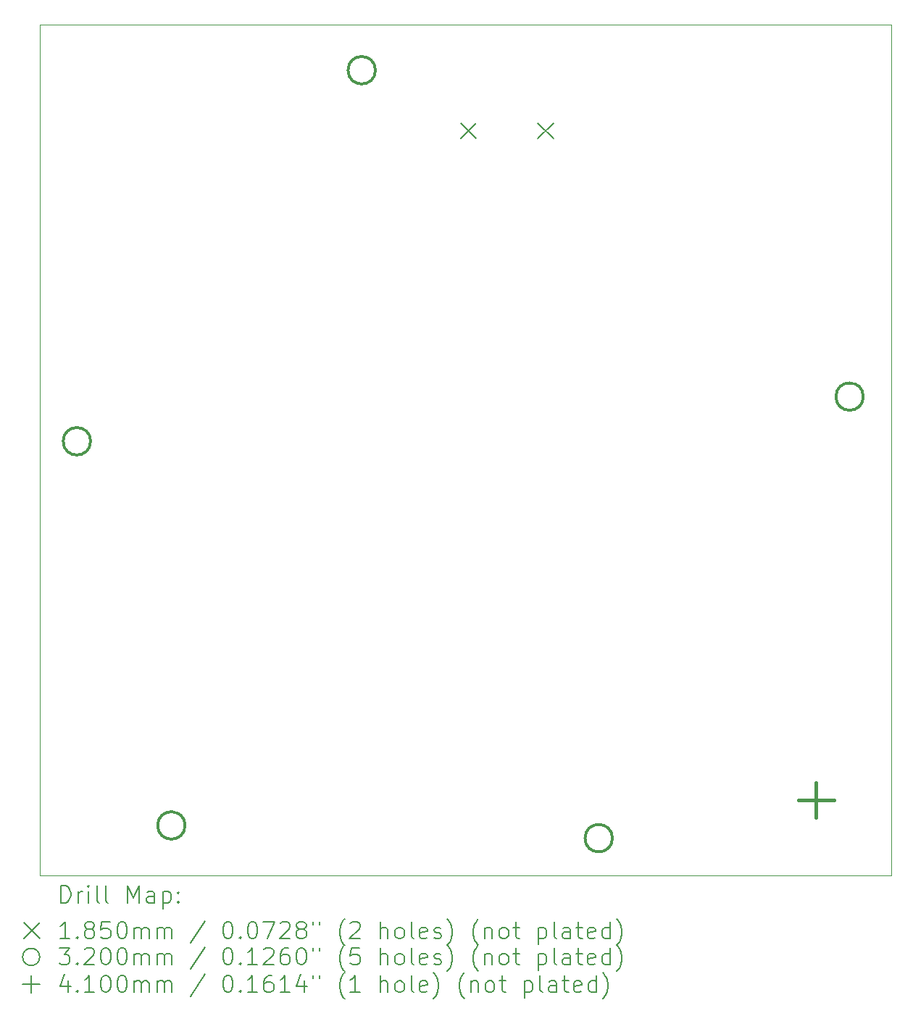
<source format=gbr>
%TF.GenerationSoftware,KiCad,Pcbnew,7.0.1*%
%TF.CreationDate,2023-10-11T19:34:36-05:00*%
%TF.ProjectId,Tactile_Board,54616374-696c-4655-9f42-6f6172642e6b,1*%
%TF.SameCoordinates,Original*%
%TF.FileFunction,Drillmap*%
%TF.FilePolarity,Positive*%
%FSLAX45Y45*%
G04 Gerber Fmt 4.5, Leading zero omitted, Abs format (unit mm)*
G04 Created by KiCad (PCBNEW 7.0.1) date 2023-10-11 19:34:36*
%MOMM*%
%LPD*%
G01*
G04 APERTURE LIST*
%ADD10C,0.100000*%
%ADD11C,0.200000*%
%ADD12C,0.185000*%
%ADD13C,0.320000*%
%ADD14C,0.410000*%
G04 APERTURE END LIST*
D10*
X16028000Y-2000000D02*
X16028000Y-2000000D01*
X25972000Y-2000000D02*
X25972000Y-11944000D01*
X25972000Y-11944000D02*
X16028000Y-11944000D01*
X16028000Y-2000000D02*
X25972000Y-2000000D01*
X16028000Y-11944000D02*
X16028000Y-2000000D01*
D11*
D12*
X20939580Y-3150340D02*
X21124580Y-3335340D01*
X21124580Y-3150340D02*
X20939580Y-3335340D01*
X21839580Y-3150340D02*
X22024580Y-3335340D01*
X22024580Y-3150340D02*
X21839580Y-3335340D01*
D13*
X16617200Y-6869700D02*
G75*
G03*
X16617200Y-6869700I-160000J0D01*
G01*
X17721200Y-11357600D02*
G75*
G03*
X17721200Y-11357600I-160000J0D01*
G01*
X19945200Y-2534700D02*
G75*
G03*
X19945200Y-2534700I-160000J0D01*
G01*
X22714200Y-11506600D02*
G75*
G03*
X22714200Y-11506600I-160000J0D01*
G01*
X25646200Y-6347600D02*
G75*
G03*
X25646200Y-6347600I-160000J0D01*
G01*
D14*
X25095080Y-10858560D02*
X25095080Y-11268560D01*
X24890080Y-11063560D02*
X25300080Y-11063560D01*
D11*
X16270619Y-12261524D02*
X16270619Y-12061524D01*
X16270619Y-12061524D02*
X16318238Y-12061524D01*
X16318238Y-12061524D02*
X16346809Y-12071048D01*
X16346809Y-12071048D02*
X16365857Y-12090095D01*
X16365857Y-12090095D02*
X16375381Y-12109143D01*
X16375381Y-12109143D02*
X16384905Y-12147238D01*
X16384905Y-12147238D02*
X16384905Y-12175809D01*
X16384905Y-12175809D02*
X16375381Y-12213905D01*
X16375381Y-12213905D02*
X16365857Y-12232952D01*
X16365857Y-12232952D02*
X16346809Y-12252000D01*
X16346809Y-12252000D02*
X16318238Y-12261524D01*
X16318238Y-12261524D02*
X16270619Y-12261524D01*
X16470619Y-12261524D02*
X16470619Y-12128190D01*
X16470619Y-12166286D02*
X16480143Y-12147238D01*
X16480143Y-12147238D02*
X16489667Y-12137714D01*
X16489667Y-12137714D02*
X16508714Y-12128190D01*
X16508714Y-12128190D02*
X16527762Y-12128190D01*
X16594428Y-12261524D02*
X16594428Y-12128190D01*
X16594428Y-12061524D02*
X16584905Y-12071048D01*
X16584905Y-12071048D02*
X16594428Y-12080571D01*
X16594428Y-12080571D02*
X16603952Y-12071048D01*
X16603952Y-12071048D02*
X16594428Y-12061524D01*
X16594428Y-12061524D02*
X16594428Y-12080571D01*
X16718238Y-12261524D02*
X16699190Y-12252000D01*
X16699190Y-12252000D02*
X16689667Y-12232952D01*
X16689667Y-12232952D02*
X16689667Y-12061524D01*
X16823000Y-12261524D02*
X16803952Y-12252000D01*
X16803952Y-12252000D02*
X16794429Y-12232952D01*
X16794429Y-12232952D02*
X16794429Y-12061524D01*
X17051571Y-12261524D02*
X17051571Y-12061524D01*
X17051571Y-12061524D02*
X17118238Y-12204381D01*
X17118238Y-12204381D02*
X17184905Y-12061524D01*
X17184905Y-12061524D02*
X17184905Y-12261524D01*
X17365857Y-12261524D02*
X17365857Y-12156762D01*
X17365857Y-12156762D02*
X17356333Y-12137714D01*
X17356333Y-12137714D02*
X17337286Y-12128190D01*
X17337286Y-12128190D02*
X17299190Y-12128190D01*
X17299190Y-12128190D02*
X17280143Y-12137714D01*
X17365857Y-12252000D02*
X17346810Y-12261524D01*
X17346810Y-12261524D02*
X17299190Y-12261524D01*
X17299190Y-12261524D02*
X17280143Y-12252000D01*
X17280143Y-12252000D02*
X17270619Y-12232952D01*
X17270619Y-12232952D02*
X17270619Y-12213905D01*
X17270619Y-12213905D02*
X17280143Y-12194857D01*
X17280143Y-12194857D02*
X17299190Y-12185333D01*
X17299190Y-12185333D02*
X17346810Y-12185333D01*
X17346810Y-12185333D02*
X17365857Y-12175809D01*
X17461095Y-12128190D02*
X17461095Y-12328190D01*
X17461095Y-12137714D02*
X17480143Y-12128190D01*
X17480143Y-12128190D02*
X17518238Y-12128190D01*
X17518238Y-12128190D02*
X17537286Y-12137714D01*
X17537286Y-12137714D02*
X17546810Y-12147238D01*
X17546810Y-12147238D02*
X17556333Y-12166286D01*
X17556333Y-12166286D02*
X17556333Y-12223428D01*
X17556333Y-12223428D02*
X17546810Y-12242476D01*
X17546810Y-12242476D02*
X17537286Y-12252000D01*
X17537286Y-12252000D02*
X17518238Y-12261524D01*
X17518238Y-12261524D02*
X17480143Y-12261524D01*
X17480143Y-12261524D02*
X17461095Y-12252000D01*
X17642048Y-12242476D02*
X17651571Y-12252000D01*
X17651571Y-12252000D02*
X17642048Y-12261524D01*
X17642048Y-12261524D02*
X17632524Y-12252000D01*
X17632524Y-12252000D02*
X17642048Y-12242476D01*
X17642048Y-12242476D02*
X17642048Y-12261524D01*
X17642048Y-12137714D02*
X17651571Y-12147238D01*
X17651571Y-12147238D02*
X17642048Y-12156762D01*
X17642048Y-12156762D02*
X17632524Y-12147238D01*
X17632524Y-12147238D02*
X17642048Y-12137714D01*
X17642048Y-12137714D02*
X17642048Y-12156762D01*
D12*
X15838000Y-12496500D02*
X16023000Y-12681500D01*
X16023000Y-12496500D02*
X15838000Y-12681500D01*
D11*
X16375381Y-12681524D02*
X16261095Y-12681524D01*
X16318238Y-12681524D02*
X16318238Y-12481524D01*
X16318238Y-12481524D02*
X16299190Y-12510095D01*
X16299190Y-12510095D02*
X16280143Y-12529143D01*
X16280143Y-12529143D02*
X16261095Y-12538667D01*
X16461095Y-12662476D02*
X16470619Y-12672000D01*
X16470619Y-12672000D02*
X16461095Y-12681524D01*
X16461095Y-12681524D02*
X16451571Y-12672000D01*
X16451571Y-12672000D02*
X16461095Y-12662476D01*
X16461095Y-12662476D02*
X16461095Y-12681524D01*
X16584905Y-12567238D02*
X16565857Y-12557714D01*
X16565857Y-12557714D02*
X16556333Y-12548190D01*
X16556333Y-12548190D02*
X16546809Y-12529143D01*
X16546809Y-12529143D02*
X16546809Y-12519619D01*
X16546809Y-12519619D02*
X16556333Y-12500571D01*
X16556333Y-12500571D02*
X16565857Y-12491048D01*
X16565857Y-12491048D02*
X16584905Y-12481524D01*
X16584905Y-12481524D02*
X16623000Y-12481524D01*
X16623000Y-12481524D02*
X16642048Y-12491048D01*
X16642048Y-12491048D02*
X16651571Y-12500571D01*
X16651571Y-12500571D02*
X16661095Y-12519619D01*
X16661095Y-12519619D02*
X16661095Y-12529143D01*
X16661095Y-12529143D02*
X16651571Y-12548190D01*
X16651571Y-12548190D02*
X16642048Y-12557714D01*
X16642048Y-12557714D02*
X16623000Y-12567238D01*
X16623000Y-12567238D02*
X16584905Y-12567238D01*
X16584905Y-12567238D02*
X16565857Y-12576762D01*
X16565857Y-12576762D02*
X16556333Y-12586286D01*
X16556333Y-12586286D02*
X16546809Y-12605333D01*
X16546809Y-12605333D02*
X16546809Y-12643428D01*
X16546809Y-12643428D02*
X16556333Y-12662476D01*
X16556333Y-12662476D02*
X16565857Y-12672000D01*
X16565857Y-12672000D02*
X16584905Y-12681524D01*
X16584905Y-12681524D02*
X16623000Y-12681524D01*
X16623000Y-12681524D02*
X16642048Y-12672000D01*
X16642048Y-12672000D02*
X16651571Y-12662476D01*
X16651571Y-12662476D02*
X16661095Y-12643428D01*
X16661095Y-12643428D02*
X16661095Y-12605333D01*
X16661095Y-12605333D02*
X16651571Y-12586286D01*
X16651571Y-12586286D02*
X16642048Y-12576762D01*
X16642048Y-12576762D02*
X16623000Y-12567238D01*
X16842048Y-12481524D02*
X16746809Y-12481524D01*
X16746809Y-12481524D02*
X16737286Y-12576762D01*
X16737286Y-12576762D02*
X16746809Y-12567238D01*
X16746809Y-12567238D02*
X16765857Y-12557714D01*
X16765857Y-12557714D02*
X16813476Y-12557714D01*
X16813476Y-12557714D02*
X16832524Y-12567238D01*
X16832524Y-12567238D02*
X16842048Y-12576762D01*
X16842048Y-12576762D02*
X16851571Y-12595809D01*
X16851571Y-12595809D02*
X16851571Y-12643428D01*
X16851571Y-12643428D02*
X16842048Y-12662476D01*
X16842048Y-12662476D02*
X16832524Y-12672000D01*
X16832524Y-12672000D02*
X16813476Y-12681524D01*
X16813476Y-12681524D02*
X16765857Y-12681524D01*
X16765857Y-12681524D02*
X16746809Y-12672000D01*
X16746809Y-12672000D02*
X16737286Y-12662476D01*
X16975381Y-12481524D02*
X16994429Y-12481524D01*
X16994429Y-12481524D02*
X17013476Y-12491048D01*
X17013476Y-12491048D02*
X17023000Y-12500571D01*
X17023000Y-12500571D02*
X17032524Y-12519619D01*
X17032524Y-12519619D02*
X17042048Y-12557714D01*
X17042048Y-12557714D02*
X17042048Y-12605333D01*
X17042048Y-12605333D02*
X17032524Y-12643428D01*
X17032524Y-12643428D02*
X17023000Y-12662476D01*
X17023000Y-12662476D02*
X17013476Y-12672000D01*
X17013476Y-12672000D02*
X16994429Y-12681524D01*
X16994429Y-12681524D02*
X16975381Y-12681524D01*
X16975381Y-12681524D02*
X16956333Y-12672000D01*
X16956333Y-12672000D02*
X16946810Y-12662476D01*
X16946810Y-12662476D02*
X16937286Y-12643428D01*
X16937286Y-12643428D02*
X16927762Y-12605333D01*
X16927762Y-12605333D02*
X16927762Y-12557714D01*
X16927762Y-12557714D02*
X16937286Y-12519619D01*
X16937286Y-12519619D02*
X16946810Y-12500571D01*
X16946810Y-12500571D02*
X16956333Y-12491048D01*
X16956333Y-12491048D02*
X16975381Y-12481524D01*
X17127762Y-12681524D02*
X17127762Y-12548190D01*
X17127762Y-12567238D02*
X17137286Y-12557714D01*
X17137286Y-12557714D02*
X17156333Y-12548190D01*
X17156333Y-12548190D02*
X17184905Y-12548190D01*
X17184905Y-12548190D02*
X17203952Y-12557714D01*
X17203952Y-12557714D02*
X17213476Y-12576762D01*
X17213476Y-12576762D02*
X17213476Y-12681524D01*
X17213476Y-12576762D02*
X17223000Y-12557714D01*
X17223000Y-12557714D02*
X17242048Y-12548190D01*
X17242048Y-12548190D02*
X17270619Y-12548190D01*
X17270619Y-12548190D02*
X17289667Y-12557714D01*
X17289667Y-12557714D02*
X17299191Y-12576762D01*
X17299191Y-12576762D02*
X17299191Y-12681524D01*
X17394429Y-12681524D02*
X17394429Y-12548190D01*
X17394429Y-12567238D02*
X17403952Y-12557714D01*
X17403952Y-12557714D02*
X17423000Y-12548190D01*
X17423000Y-12548190D02*
X17451572Y-12548190D01*
X17451572Y-12548190D02*
X17470619Y-12557714D01*
X17470619Y-12557714D02*
X17480143Y-12576762D01*
X17480143Y-12576762D02*
X17480143Y-12681524D01*
X17480143Y-12576762D02*
X17489667Y-12557714D01*
X17489667Y-12557714D02*
X17508714Y-12548190D01*
X17508714Y-12548190D02*
X17537286Y-12548190D01*
X17537286Y-12548190D02*
X17556333Y-12557714D01*
X17556333Y-12557714D02*
X17565857Y-12576762D01*
X17565857Y-12576762D02*
X17565857Y-12681524D01*
X17956333Y-12472000D02*
X17784905Y-12729143D01*
X18213476Y-12481524D02*
X18232524Y-12481524D01*
X18232524Y-12481524D02*
X18251572Y-12491048D01*
X18251572Y-12491048D02*
X18261095Y-12500571D01*
X18261095Y-12500571D02*
X18270619Y-12519619D01*
X18270619Y-12519619D02*
X18280143Y-12557714D01*
X18280143Y-12557714D02*
X18280143Y-12605333D01*
X18280143Y-12605333D02*
X18270619Y-12643428D01*
X18270619Y-12643428D02*
X18261095Y-12662476D01*
X18261095Y-12662476D02*
X18251572Y-12672000D01*
X18251572Y-12672000D02*
X18232524Y-12681524D01*
X18232524Y-12681524D02*
X18213476Y-12681524D01*
X18213476Y-12681524D02*
X18194429Y-12672000D01*
X18194429Y-12672000D02*
X18184905Y-12662476D01*
X18184905Y-12662476D02*
X18175381Y-12643428D01*
X18175381Y-12643428D02*
X18165857Y-12605333D01*
X18165857Y-12605333D02*
X18165857Y-12557714D01*
X18165857Y-12557714D02*
X18175381Y-12519619D01*
X18175381Y-12519619D02*
X18184905Y-12500571D01*
X18184905Y-12500571D02*
X18194429Y-12491048D01*
X18194429Y-12491048D02*
X18213476Y-12481524D01*
X18365857Y-12662476D02*
X18375381Y-12672000D01*
X18375381Y-12672000D02*
X18365857Y-12681524D01*
X18365857Y-12681524D02*
X18356334Y-12672000D01*
X18356334Y-12672000D02*
X18365857Y-12662476D01*
X18365857Y-12662476D02*
X18365857Y-12681524D01*
X18499191Y-12481524D02*
X18518238Y-12481524D01*
X18518238Y-12481524D02*
X18537286Y-12491048D01*
X18537286Y-12491048D02*
X18546810Y-12500571D01*
X18546810Y-12500571D02*
X18556334Y-12519619D01*
X18556334Y-12519619D02*
X18565857Y-12557714D01*
X18565857Y-12557714D02*
X18565857Y-12605333D01*
X18565857Y-12605333D02*
X18556334Y-12643428D01*
X18556334Y-12643428D02*
X18546810Y-12662476D01*
X18546810Y-12662476D02*
X18537286Y-12672000D01*
X18537286Y-12672000D02*
X18518238Y-12681524D01*
X18518238Y-12681524D02*
X18499191Y-12681524D01*
X18499191Y-12681524D02*
X18480143Y-12672000D01*
X18480143Y-12672000D02*
X18470619Y-12662476D01*
X18470619Y-12662476D02*
X18461095Y-12643428D01*
X18461095Y-12643428D02*
X18451572Y-12605333D01*
X18451572Y-12605333D02*
X18451572Y-12557714D01*
X18451572Y-12557714D02*
X18461095Y-12519619D01*
X18461095Y-12519619D02*
X18470619Y-12500571D01*
X18470619Y-12500571D02*
X18480143Y-12491048D01*
X18480143Y-12491048D02*
X18499191Y-12481524D01*
X18632524Y-12481524D02*
X18765857Y-12481524D01*
X18765857Y-12481524D02*
X18680143Y-12681524D01*
X18832524Y-12500571D02*
X18842048Y-12491048D01*
X18842048Y-12491048D02*
X18861095Y-12481524D01*
X18861095Y-12481524D02*
X18908715Y-12481524D01*
X18908715Y-12481524D02*
X18927762Y-12491048D01*
X18927762Y-12491048D02*
X18937286Y-12500571D01*
X18937286Y-12500571D02*
X18946810Y-12519619D01*
X18946810Y-12519619D02*
X18946810Y-12538667D01*
X18946810Y-12538667D02*
X18937286Y-12567238D01*
X18937286Y-12567238D02*
X18823000Y-12681524D01*
X18823000Y-12681524D02*
X18946810Y-12681524D01*
X19061095Y-12567238D02*
X19042048Y-12557714D01*
X19042048Y-12557714D02*
X19032524Y-12548190D01*
X19032524Y-12548190D02*
X19023000Y-12529143D01*
X19023000Y-12529143D02*
X19023000Y-12519619D01*
X19023000Y-12519619D02*
X19032524Y-12500571D01*
X19032524Y-12500571D02*
X19042048Y-12491048D01*
X19042048Y-12491048D02*
X19061095Y-12481524D01*
X19061095Y-12481524D02*
X19099191Y-12481524D01*
X19099191Y-12481524D02*
X19118238Y-12491048D01*
X19118238Y-12491048D02*
X19127762Y-12500571D01*
X19127762Y-12500571D02*
X19137286Y-12519619D01*
X19137286Y-12519619D02*
X19137286Y-12529143D01*
X19137286Y-12529143D02*
X19127762Y-12548190D01*
X19127762Y-12548190D02*
X19118238Y-12557714D01*
X19118238Y-12557714D02*
X19099191Y-12567238D01*
X19099191Y-12567238D02*
X19061095Y-12567238D01*
X19061095Y-12567238D02*
X19042048Y-12576762D01*
X19042048Y-12576762D02*
X19032524Y-12586286D01*
X19032524Y-12586286D02*
X19023000Y-12605333D01*
X19023000Y-12605333D02*
X19023000Y-12643428D01*
X19023000Y-12643428D02*
X19032524Y-12662476D01*
X19032524Y-12662476D02*
X19042048Y-12672000D01*
X19042048Y-12672000D02*
X19061095Y-12681524D01*
X19061095Y-12681524D02*
X19099191Y-12681524D01*
X19099191Y-12681524D02*
X19118238Y-12672000D01*
X19118238Y-12672000D02*
X19127762Y-12662476D01*
X19127762Y-12662476D02*
X19137286Y-12643428D01*
X19137286Y-12643428D02*
X19137286Y-12605333D01*
X19137286Y-12605333D02*
X19127762Y-12586286D01*
X19127762Y-12586286D02*
X19118238Y-12576762D01*
X19118238Y-12576762D02*
X19099191Y-12567238D01*
X19213476Y-12481524D02*
X19213476Y-12519619D01*
X19289667Y-12481524D02*
X19289667Y-12519619D01*
X19584905Y-12757714D02*
X19575381Y-12748190D01*
X19575381Y-12748190D02*
X19556334Y-12719619D01*
X19556334Y-12719619D02*
X19546810Y-12700571D01*
X19546810Y-12700571D02*
X19537286Y-12672000D01*
X19537286Y-12672000D02*
X19527762Y-12624381D01*
X19527762Y-12624381D02*
X19527762Y-12586286D01*
X19527762Y-12586286D02*
X19537286Y-12538667D01*
X19537286Y-12538667D02*
X19546810Y-12510095D01*
X19546810Y-12510095D02*
X19556334Y-12491048D01*
X19556334Y-12491048D02*
X19575381Y-12462476D01*
X19575381Y-12462476D02*
X19584905Y-12452952D01*
X19651572Y-12500571D02*
X19661096Y-12491048D01*
X19661096Y-12491048D02*
X19680143Y-12481524D01*
X19680143Y-12481524D02*
X19727762Y-12481524D01*
X19727762Y-12481524D02*
X19746810Y-12491048D01*
X19746810Y-12491048D02*
X19756334Y-12500571D01*
X19756334Y-12500571D02*
X19765857Y-12519619D01*
X19765857Y-12519619D02*
X19765857Y-12538667D01*
X19765857Y-12538667D02*
X19756334Y-12567238D01*
X19756334Y-12567238D02*
X19642048Y-12681524D01*
X19642048Y-12681524D02*
X19765857Y-12681524D01*
X20003953Y-12681524D02*
X20003953Y-12481524D01*
X20089667Y-12681524D02*
X20089667Y-12576762D01*
X20089667Y-12576762D02*
X20080143Y-12557714D01*
X20080143Y-12557714D02*
X20061096Y-12548190D01*
X20061096Y-12548190D02*
X20032524Y-12548190D01*
X20032524Y-12548190D02*
X20013477Y-12557714D01*
X20013477Y-12557714D02*
X20003953Y-12567238D01*
X20213477Y-12681524D02*
X20194429Y-12672000D01*
X20194429Y-12672000D02*
X20184905Y-12662476D01*
X20184905Y-12662476D02*
X20175381Y-12643428D01*
X20175381Y-12643428D02*
X20175381Y-12586286D01*
X20175381Y-12586286D02*
X20184905Y-12567238D01*
X20184905Y-12567238D02*
X20194429Y-12557714D01*
X20194429Y-12557714D02*
X20213477Y-12548190D01*
X20213477Y-12548190D02*
X20242048Y-12548190D01*
X20242048Y-12548190D02*
X20261096Y-12557714D01*
X20261096Y-12557714D02*
X20270619Y-12567238D01*
X20270619Y-12567238D02*
X20280143Y-12586286D01*
X20280143Y-12586286D02*
X20280143Y-12643428D01*
X20280143Y-12643428D02*
X20270619Y-12662476D01*
X20270619Y-12662476D02*
X20261096Y-12672000D01*
X20261096Y-12672000D02*
X20242048Y-12681524D01*
X20242048Y-12681524D02*
X20213477Y-12681524D01*
X20394429Y-12681524D02*
X20375381Y-12672000D01*
X20375381Y-12672000D02*
X20365858Y-12652952D01*
X20365858Y-12652952D02*
X20365858Y-12481524D01*
X20546810Y-12672000D02*
X20527762Y-12681524D01*
X20527762Y-12681524D02*
X20489667Y-12681524D01*
X20489667Y-12681524D02*
X20470619Y-12672000D01*
X20470619Y-12672000D02*
X20461096Y-12652952D01*
X20461096Y-12652952D02*
X20461096Y-12576762D01*
X20461096Y-12576762D02*
X20470619Y-12557714D01*
X20470619Y-12557714D02*
X20489667Y-12548190D01*
X20489667Y-12548190D02*
X20527762Y-12548190D01*
X20527762Y-12548190D02*
X20546810Y-12557714D01*
X20546810Y-12557714D02*
X20556334Y-12576762D01*
X20556334Y-12576762D02*
X20556334Y-12595809D01*
X20556334Y-12595809D02*
X20461096Y-12614857D01*
X20632524Y-12672000D02*
X20651572Y-12681524D01*
X20651572Y-12681524D02*
X20689667Y-12681524D01*
X20689667Y-12681524D02*
X20708715Y-12672000D01*
X20708715Y-12672000D02*
X20718239Y-12652952D01*
X20718239Y-12652952D02*
X20718239Y-12643428D01*
X20718239Y-12643428D02*
X20708715Y-12624381D01*
X20708715Y-12624381D02*
X20689667Y-12614857D01*
X20689667Y-12614857D02*
X20661096Y-12614857D01*
X20661096Y-12614857D02*
X20642048Y-12605333D01*
X20642048Y-12605333D02*
X20632524Y-12586286D01*
X20632524Y-12586286D02*
X20632524Y-12576762D01*
X20632524Y-12576762D02*
X20642048Y-12557714D01*
X20642048Y-12557714D02*
X20661096Y-12548190D01*
X20661096Y-12548190D02*
X20689667Y-12548190D01*
X20689667Y-12548190D02*
X20708715Y-12557714D01*
X20784905Y-12757714D02*
X20794429Y-12748190D01*
X20794429Y-12748190D02*
X20813477Y-12719619D01*
X20813477Y-12719619D02*
X20823000Y-12700571D01*
X20823000Y-12700571D02*
X20832524Y-12672000D01*
X20832524Y-12672000D02*
X20842048Y-12624381D01*
X20842048Y-12624381D02*
X20842048Y-12586286D01*
X20842048Y-12586286D02*
X20832524Y-12538667D01*
X20832524Y-12538667D02*
X20823000Y-12510095D01*
X20823000Y-12510095D02*
X20813477Y-12491048D01*
X20813477Y-12491048D02*
X20794429Y-12462476D01*
X20794429Y-12462476D02*
X20784905Y-12452952D01*
X21146810Y-12757714D02*
X21137286Y-12748190D01*
X21137286Y-12748190D02*
X21118239Y-12719619D01*
X21118239Y-12719619D02*
X21108715Y-12700571D01*
X21108715Y-12700571D02*
X21099191Y-12672000D01*
X21099191Y-12672000D02*
X21089667Y-12624381D01*
X21089667Y-12624381D02*
X21089667Y-12586286D01*
X21089667Y-12586286D02*
X21099191Y-12538667D01*
X21099191Y-12538667D02*
X21108715Y-12510095D01*
X21108715Y-12510095D02*
X21118239Y-12491048D01*
X21118239Y-12491048D02*
X21137286Y-12462476D01*
X21137286Y-12462476D02*
X21146810Y-12452952D01*
X21223000Y-12548190D02*
X21223000Y-12681524D01*
X21223000Y-12567238D02*
X21232524Y-12557714D01*
X21232524Y-12557714D02*
X21251572Y-12548190D01*
X21251572Y-12548190D02*
X21280143Y-12548190D01*
X21280143Y-12548190D02*
X21299191Y-12557714D01*
X21299191Y-12557714D02*
X21308715Y-12576762D01*
X21308715Y-12576762D02*
X21308715Y-12681524D01*
X21432524Y-12681524D02*
X21413477Y-12672000D01*
X21413477Y-12672000D02*
X21403953Y-12662476D01*
X21403953Y-12662476D02*
X21394429Y-12643428D01*
X21394429Y-12643428D02*
X21394429Y-12586286D01*
X21394429Y-12586286D02*
X21403953Y-12567238D01*
X21403953Y-12567238D02*
X21413477Y-12557714D01*
X21413477Y-12557714D02*
X21432524Y-12548190D01*
X21432524Y-12548190D02*
X21461096Y-12548190D01*
X21461096Y-12548190D02*
X21480143Y-12557714D01*
X21480143Y-12557714D02*
X21489667Y-12567238D01*
X21489667Y-12567238D02*
X21499191Y-12586286D01*
X21499191Y-12586286D02*
X21499191Y-12643428D01*
X21499191Y-12643428D02*
X21489667Y-12662476D01*
X21489667Y-12662476D02*
X21480143Y-12672000D01*
X21480143Y-12672000D02*
X21461096Y-12681524D01*
X21461096Y-12681524D02*
X21432524Y-12681524D01*
X21556334Y-12548190D02*
X21632524Y-12548190D01*
X21584905Y-12481524D02*
X21584905Y-12652952D01*
X21584905Y-12652952D02*
X21594429Y-12672000D01*
X21594429Y-12672000D02*
X21613477Y-12681524D01*
X21613477Y-12681524D02*
X21632524Y-12681524D01*
X21851572Y-12548190D02*
X21851572Y-12748190D01*
X21851572Y-12557714D02*
X21870620Y-12548190D01*
X21870620Y-12548190D02*
X21908715Y-12548190D01*
X21908715Y-12548190D02*
X21927762Y-12557714D01*
X21927762Y-12557714D02*
X21937286Y-12567238D01*
X21937286Y-12567238D02*
X21946810Y-12586286D01*
X21946810Y-12586286D02*
X21946810Y-12643428D01*
X21946810Y-12643428D02*
X21937286Y-12662476D01*
X21937286Y-12662476D02*
X21927762Y-12672000D01*
X21927762Y-12672000D02*
X21908715Y-12681524D01*
X21908715Y-12681524D02*
X21870620Y-12681524D01*
X21870620Y-12681524D02*
X21851572Y-12672000D01*
X22061096Y-12681524D02*
X22042048Y-12672000D01*
X22042048Y-12672000D02*
X22032524Y-12652952D01*
X22032524Y-12652952D02*
X22032524Y-12481524D01*
X22223001Y-12681524D02*
X22223001Y-12576762D01*
X22223001Y-12576762D02*
X22213477Y-12557714D01*
X22213477Y-12557714D02*
X22194429Y-12548190D01*
X22194429Y-12548190D02*
X22156334Y-12548190D01*
X22156334Y-12548190D02*
X22137286Y-12557714D01*
X22223001Y-12672000D02*
X22203953Y-12681524D01*
X22203953Y-12681524D02*
X22156334Y-12681524D01*
X22156334Y-12681524D02*
X22137286Y-12672000D01*
X22137286Y-12672000D02*
X22127762Y-12652952D01*
X22127762Y-12652952D02*
X22127762Y-12633905D01*
X22127762Y-12633905D02*
X22137286Y-12614857D01*
X22137286Y-12614857D02*
X22156334Y-12605333D01*
X22156334Y-12605333D02*
X22203953Y-12605333D01*
X22203953Y-12605333D02*
X22223001Y-12595809D01*
X22289667Y-12548190D02*
X22365858Y-12548190D01*
X22318239Y-12481524D02*
X22318239Y-12652952D01*
X22318239Y-12652952D02*
X22327762Y-12672000D01*
X22327762Y-12672000D02*
X22346810Y-12681524D01*
X22346810Y-12681524D02*
X22365858Y-12681524D01*
X22508715Y-12672000D02*
X22489667Y-12681524D01*
X22489667Y-12681524D02*
X22451572Y-12681524D01*
X22451572Y-12681524D02*
X22432524Y-12672000D01*
X22432524Y-12672000D02*
X22423000Y-12652952D01*
X22423000Y-12652952D02*
X22423000Y-12576762D01*
X22423000Y-12576762D02*
X22432524Y-12557714D01*
X22432524Y-12557714D02*
X22451572Y-12548190D01*
X22451572Y-12548190D02*
X22489667Y-12548190D01*
X22489667Y-12548190D02*
X22508715Y-12557714D01*
X22508715Y-12557714D02*
X22518239Y-12576762D01*
X22518239Y-12576762D02*
X22518239Y-12595809D01*
X22518239Y-12595809D02*
X22423000Y-12614857D01*
X22689667Y-12681524D02*
X22689667Y-12481524D01*
X22689667Y-12672000D02*
X22670620Y-12681524D01*
X22670620Y-12681524D02*
X22632524Y-12681524D01*
X22632524Y-12681524D02*
X22613477Y-12672000D01*
X22613477Y-12672000D02*
X22603953Y-12662476D01*
X22603953Y-12662476D02*
X22594429Y-12643428D01*
X22594429Y-12643428D02*
X22594429Y-12586286D01*
X22594429Y-12586286D02*
X22603953Y-12567238D01*
X22603953Y-12567238D02*
X22613477Y-12557714D01*
X22613477Y-12557714D02*
X22632524Y-12548190D01*
X22632524Y-12548190D02*
X22670620Y-12548190D01*
X22670620Y-12548190D02*
X22689667Y-12557714D01*
X22765858Y-12757714D02*
X22775381Y-12748190D01*
X22775381Y-12748190D02*
X22794429Y-12719619D01*
X22794429Y-12719619D02*
X22803953Y-12700571D01*
X22803953Y-12700571D02*
X22813477Y-12672000D01*
X22813477Y-12672000D02*
X22823000Y-12624381D01*
X22823000Y-12624381D02*
X22823000Y-12586286D01*
X22823000Y-12586286D02*
X22813477Y-12538667D01*
X22813477Y-12538667D02*
X22803953Y-12510095D01*
X22803953Y-12510095D02*
X22794429Y-12491048D01*
X22794429Y-12491048D02*
X22775381Y-12462476D01*
X22775381Y-12462476D02*
X22765858Y-12452952D01*
X16023000Y-12894000D02*
G75*
G03*
X16023000Y-12894000I-100000J0D01*
G01*
X16251571Y-12786524D02*
X16375381Y-12786524D01*
X16375381Y-12786524D02*
X16308714Y-12862714D01*
X16308714Y-12862714D02*
X16337286Y-12862714D01*
X16337286Y-12862714D02*
X16356333Y-12872238D01*
X16356333Y-12872238D02*
X16365857Y-12881762D01*
X16365857Y-12881762D02*
X16375381Y-12900809D01*
X16375381Y-12900809D02*
X16375381Y-12948428D01*
X16375381Y-12948428D02*
X16365857Y-12967476D01*
X16365857Y-12967476D02*
X16356333Y-12977000D01*
X16356333Y-12977000D02*
X16337286Y-12986524D01*
X16337286Y-12986524D02*
X16280143Y-12986524D01*
X16280143Y-12986524D02*
X16261095Y-12977000D01*
X16261095Y-12977000D02*
X16251571Y-12967476D01*
X16461095Y-12967476D02*
X16470619Y-12977000D01*
X16470619Y-12977000D02*
X16461095Y-12986524D01*
X16461095Y-12986524D02*
X16451571Y-12977000D01*
X16451571Y-12977000D02*
X16461095Y-12967476D01*
X16461095Y-12967476D02*
X16461095Y-12986524D01*
X16546809Y-12805571D02*
X16556333Y-12796048D01*
X16556333Y-12796048D02*
X16575381Y-12786524D01*
X16575381Y-12786524D02*
X16623000Y-12786524D01*
X16623000Y-12786524D02*
X16642048Y-12796048D01*
X16642048Y-12796048D02*
X16651571Y-12805571D01*
X16651571Y-12805571D02*
X16661095Y-12824619D01*
X16661095Y-12824619D02*
X16661095Y-12843667D01*
X16661095Y-12843667D02*
X16651571Y-12872238D01*
X16651571Y-12872238D02*
X16537286Y-12986524D01*
X16537286Y-12986524D02*
X16661095Y-12986524D01*
X16784905Y-12786524D02*
X16803952Y-12786524D01*
X16803952Y-12786524D02*
X16823000Y-12796048D01*
X16823000Y-12796048D02*
X16832524Y-12805571D01*
X16832524Y-12805571D02*
X16842048Y-12824619D01*
X16842048Y-12824619D02*
X16851571Y-12862714D01*
X16851571Y-12862714D02*
X16851571Y-12910333D01*
X16851571Y-12910333D02*
X16842048Y-12948428D01*
X16842048Y-12948428D02*
X16832524Y-12967476D01*
X16832524Y-12967476D02*
X16823000Y-12977000D01*
X16823000Y-12977000D02*
X16803952Y-12986524D01*
X16803952Y-12986524D02*
X16784905Y-12986524D01*
X16784905Y-12986524D02*
X16765857Y-12977000D01*
X16765857Y-12977000D02*
X16756333Y-12967476D01*
X16756333Y-12967476D02*
X16746809Y-12948428D01*
X16746809Y-12948428D02*
X16737286Y-12910333D01*
X16737286Y-12910333D02*
X16737286Y-12862714D01*
X16737286Y-12862714D02*
X16746809Y-12824619D01*
X16746809Y-12824619D02*
X16756333Y-12805571D01*
X16756333Y-12805571D02*
X16765857Y-12796048D01*
X16765857Y-12796048D02*
X16784905Y-12786524D01*
X16975381Y-12786524D02*
X16994429Y-12786524D01*
X16994429Y-12786524D02*
X17013476Y-12796048D01*
X17013476Y-12796048D02*
X17023000Y-12805571D01*
X17023000Y-12805571D02*
X17032524Y-12824619D01*
X17032524Y-12824619D02*
X17042048Y-12862714D01*
X17042048Y-12862714D02*
X17042048Y-12910333D01*
X17042048Y-12910333D02*
X17032524Y-12948428D01*
X17032524Y-12948428D02*
X17023000Y-12967476D01*
X17023000Y-12967476D02*
X17013476Y-12977000D01*
X17013476Y-12977000D02*
X16994429Y-12986524D01*
X16994429Y-12986524D02*
X16975381Y-12986524D01*
X16975381Y-12986524D02*
X16956333Y-12977000D01*
X16956333Y-12977000D02*
X16946810Y-12967476D01*
X16946810Y-12967476D02*
X16937286Y-12948428D01*
X16937286Y-12948428D02*
X16927762Y-12910333D01*
X16927762Y-12910333D02*
X16927762Y-12862714D01*
X16927762Y-12862714D02*
X16937286Y-12824619D01*
X16937286Y-12824619D02*
X16946810Y-12805571D01*
X16946810Y-12805571D02*
X16956333Y-12796048D01*
X16956333Y-12796048D02*
X16975381Y-12786524D01*
X17127762Y-12986524D02*
X17127762Y-12853190D01*
X17127762Y-12872238D02*
X17137286Y-12862714D01*
X17137286Y-12862714D02*
X17156333Y-12853190D01*
X17156333Y-12853190D02*
X17184905Y-12853190D01*
X17184905Y-12853190D02*
X17203952Y-12862714D01*
X17203952Y-12862714D02*
X17213476Y-12881762D01*
X17213476Y-12881762D02*
X17213476Y-12986524D01*
X17213476Y-12881762D02*
X17223000Y-12862714D01*
X17223000Y-12862714D02*
X17242048Y-12853190D01*
X17242048Y-12853190D02*
X17270619Y-12853190D01*
X17270619Y-12853190D02*
X17289667Y-12862714D01*
X17289667Y-12862714D02*
X17299191Y-12881762D01*
X17299191Y-12881762D02*
X17299191Y-12986524D01*
X17394429Y-12986524D02*
X17394429Y-12853190D01*
X17394429Y-12872238D02*
X17403952Y-12862714D01*
X17403952Y-12862714D02*
X17423000Y-12853190D01*
X17423000Y-12853190D02*
X17451572Y-12853190D01*
X17451572Y-12853190D02*
X17470619Y-12862714D01*
X17470619Y-12862714D02*
X17480143Y-12881762D01*
X17480143Y-12881762D02*
X17480143Y-12986524D01*
X17480143Y-12881762D02*
X17489667Y-12862714D01*
X17489667Y-12862714D02*
X17508714Y-12853190D01*
X17508714Y-12853190D02*
X17537286Y-12853190D01*
X17537286Y-12853190D02*
X17556333Y-12862714D01*
X17556333Y-12862714D02*
X17565857Y-12881762D01*
X17565857Y-12881762D02*
X17565857Y-12986524D01*
X17956333Y-12777000D02*
X17784905Y-13034143D01*
X18213476Y-12786524D02*
X18232524Y-12786524D01*
X18232524Y-12786524D02*
X18251572Y-12796048D01*
X18251572Y-12796048D02*
X18261095Y-12805571D01*
X18261095Y-12805571D02*
X18270619Y-12824619D01*
X18270619Y-12824619D02*
X18280143Y-12862714D01*
X18280143Y-12862714D02*
X18280143Y-12910333D01*
X18280143Y-12910333D02*
X18270619Y-12948428D01*
X18270619Y-12948428D02*
X18261095Y-12967476D01*
X18261095Y-12967476D02*
X18251572Y-12977000D01*
X18251572Y-12977000D02*
X18232524Y-12986524D01*
X18232524Y-12986524D02*
X18213476Y-12986524D01*
X18213476Y-12986524D02*
X18194429Y-12977000D01*
X18194429Y-12977000D02*
X18184905Y-12967476D01*
X18184905Y-12967476D02*
X18175381Y-12948428D01*
X18175381Y-12948428D02*
X18165857Y-12910333D01*
X18165857Y-12910333D02*
X18165857Y-12862714D01*
X18165857Y-12862714D02*
X18175381Y-12824619D01*
X18175381Y-12824619D02*
X18184905Y-12805571D01*
X18184905Y-12805571D02*
X18194429Y-12796048D01*
X18194429Y-12796048D02*
X18213476Y-12786524D01*
X18365857Y-12967476D02*
X18375381Y-12977000D01*
X18375381Y-12977000D02*
X18365857Y-12986524D01*
X18365857Y-12986524D02*
X18356334Y-12977000D01*
X18356334Y-12977000D02*
X18365857Y-12967476D01*
X18365857Y-12967476D02*
X18365857Y-12986524D01*
X18565857Y-12986524D02*
X18451572Y-12986524D01*
X18508714Y-12986524D02*
X18508714Y-12786524D01*
X18508714Y-12786524D02*
X18489667Y-12815095D01*
X18489667Y-12815095D02*
X18470619Y-12834143D01*
X18470619Y-12834143D02*
X18451572Y-12843667D01*
X18642048Y-12805571D02*
X18651572Y-12796048D01*
X18651572Y-12796048D02*
X18670619Y-12786524D01*
X18670619Y-12786524D02*
X18718238Y-12786524D01*
X18718238Y-12786524D02*
X18737286Y-12796048D01*
X18737286Y-12796048D02*
X18746810Y-12805571D01*
X18746810Y-12805571D02*
X18756334Y-12824619D01*
X18756334Y-12824619D02*
X18756334Y-12843667D01*
X18756334Y-12843667D02*
X18746810Y-12872238D01*
X18746810Y-12872238D02*
X18632524Y-12986524D01*
X18632524Y-12986524D02*
X18756334Y-12986524D01*
X18927762Y-12786524D02*
X18889667Y-12786524D01*
X18889667Y-12786524D02*
X18870619Y-12796048D01*
X18870619Y-12796048D02*
X18861095Y-12805571D01*
X18861095Y-12805571D02*
X18842048Y-12834143D01*
X18842048Y-12834143D02*
X18832524Y-12872238D01*
X18832524Y-12872238D02*
X18832524Y-12948428D01*
X18832524Y-12948428D02*
X18842048Y-12967476D01*
X18842048Y-12967476D02*
X18851572Y-12977000D01*
X18851572Y-12977000D02*
X18870619Y-12986524D01*
X18870619Y-12986524D02*
X18908715Y-12986524D01*
X18908715Y-12986524D02*
X18927762Y-12977000D01*
X18927762Y-12977000D02*
X18937286Y-12967476D01*
X18937286Y-12967476D02*
X18946810Y-12948428D01*
X18946810Y-12948428D02*
X18946810Y-12900809D01*
X18946810Y-12900809D02*
X18937286Y-12881762D01*
X18937286Y-12881762D02*
X18927762Y-12872238D01*
X18927762Y-12872238D02*
X18908715Y-12862714D01*
X18908715Y-12862714D02*
X18870619Y-12862714D01*
X18870619Y-12862714D02*
X18851572Y-12872238D01*
X18851572Y-12872238D02*
X18842048Y-12881762D01*
X18842048Y-12881762D02*
X18832524Y-12900809D01*
X19070619Y-12786524D02*
X19089667Y-12786524D01*
X19089667Y-12786524D02*
X19108715Y-12796048D01*
X19108715Y-12796048D02*
X19118238Y-12805571D01*
X19118238Y-12805571D02*
X19127762Y-12824619D01*
X19127762Y-12824619D02*
X19137286Y-12862714D01*
X19137286Y-12862714D02*
X19137286Y-12910333D01*
X19137286Y-12910333D02*
X19127762Y-12948428D01*
X19127762Y-12948428D02*
X19118238Y-12967476D01*
X19118238Y-12967476D02*
X19108715Y-12977000D01*
X19108715Y-12977000D02*
X19089667Y-12986524D01*
X19089667Y-12986524D02*
X19070619Y-12986524D01*
X19070619Y-12986524D02*
X19051572Y-12977000D01*
X19051572Y-12977000D02*
X19042048Y-12967476D01*
X19042048Y-12967476D02*
X19032524Y-12948428D01*
X19032524Y-12948428D02*
X19023000Y-12910333D01*
X19023000Y-12910333D02*
X19023000Y-12862714D01*
X19023000Y-12862714D02*
X19032524Y-12824619D01*
X19032524Y-12824619D02*
X19042048Y-12805571D01*
X19042048Y-12805571D02*
X19051572Y-12796048D01*
X19051572Y-12796048D02*
X19070619Y-12786524D01*
X19213476Y-12786524D02*
X19213476Y-12824619D01*
X19289667Y-12786524D02*
X19289667Y-12824619D01*
X19584905Y-13062714D02*
X19575381Y-13053190D01*
X19575381Y-13053190D02*
X19556334Y-13024619D01*
X19556334Y-13024619D02*
X19546810Y-13005571D01*
X19546810Y-13005571D02*
X19537286Y-12977000D01*
X19537286Y-12977000D02*
X19527762Y-12929381D01*
X19527762Y-12929381D02*
X19527762Y-12891286D01*
X19527762Y-12891286D02*
X19537286Y-12843667D01*
X19537286Y-12843667D02*
X19546810Y-12815095D01*
X19546810Y-12815095D02*
X19556334Y-12796048D01*
X19556334Y-12796048D02*
X19575381Y-12767476D01*
X19575381Y-12767476D02*
X19584905Y-12757952D01*
X19756334Y-12786524D02*
X19661096Y-12786524D01*
X19661096Y-12786524D02*
X19651572Y-12881762D01*
X19651572Y-12881762D02*
X19661096Y-12872238D01*
X19661096Y-12872238D02*
X19680143Y-12862714D01*
X19680143Y-12862714D02*
X19727762Y-12862714D01*
X19727762Y-12862714D02*
X19746810Y-12872238D01*
X19746810Y-12872238D02*
X19756334Y-12881762D01*
X19756334Y-12881762D02*
X19765857Y-12900809D01*
X19765857Y-12900809D02*
X19765857Y-12948428D01*
X19765857Y-12948428D02*
X19756334Y-12967476D01*
X19756334Y-12967476D02*
X19746810Y-12977000D01*
X19746810Y-12977000D02*
X19727762Y-12986524D01*
X19727762Y-12986524D02*
X19680143Y-12986524D01*
X19680143Y-12986524D02*
X19661096Y-12977000D01*
X19661096Y-12977000D02*
X19651572Y-12967476D01*
X20003953Y-12986524D02*
X20003953Y-12786524D01*
X20089667Y-12986524D02*
X20089667Y-12881762D01*
X20089667Y-12881762D02*
X20080143Y-12862714D01*
X20080143Y-12862714D02*
X20061096Y-12853190D01*
X20061096Y-12853190D02*
X20032524Y-12853190D01*
X20032524Y-12853190D02*
X20013477Y-12862714D01*
X20013477Y-12862714D02*
X20003953Y-12872238D01*
X20213477Y-12986524D02*
X20194429Y-12977000D01*
X20194429Y-12977000D02*
X20184905Y-12967476D01*
X20184905Y-12967476D02*
X20175381Y-12948428D01*
X20175381Y-12948428D02*
X20175381Y-12891286D01*
X20175381Y-12891286D02*
X20184905Y-12872238D01*
X20184905Y-12872238D02*
X20194429Y-12862714D01*
X20194429Y-12862714D02*
X20213477Y-12853190D01*
X20213477Y-12853190D02*
X20242048Y-12853190D01*
X20242048Y-12853190D02*
X20261096Y-12862714D01*
X20261096Y-12862714D02*
X20270619Y-12872238D01*
X20270619Y-12872238D02*
X20280143Y-12891286D01*
X20280143Y-12891286D02*
X20280143Y-12948428D01*
X20280143Y-12948428D02*
X20270619Y-12967476D01*
X20270619Y-12967476D02*
X20261096Y-12977000D01*
X20261096Y-12977000D02*
X20242048Y-12986524D01*
X20242048Y-12986524D02*
X20213477Y-12986524D01*
X20394429Y-12986524D02*
X20375381Y-12977000D01*
X20375381Y-12977000D02*
X20365858Y-12957952D01*
X20365858Y-12957952D02*
X20365858Y-12786524D01*
X20546810Y-12977000D02*
X20527762Y-12986524D01*
X20527762Y-12986524D02*
X20489667Y-12986524D01*
X20489667Y-12986524D02*
X20470619Y-12977000D01*
X20470619Y-12977000D02*
X20461096Y-12957952D01*
X20461096Y-12957952D02*
X20461096Y-12881762D01*
X20461096Y-12881762D02*
X20470619Y-12862714D01*
X20470619Y-12862714D02*
X20489667Y-12853190D01*
X20489667Y-12853190D02*
X20527762Y-12853190D01*
X20527762Y-12853190D02*
X20546810Y-12862714D01*
X20546810Y-12862714D02*
X20556334Y-12881762D01*
X20556334Y-12881762D02*
X20556334Y-12900809D01*
X20556334Y-12900809D02*
X20461096Y-12919857D01*
X20632524Y-12977000D02*
X20651572Y-12986524D01*
X20651572Y-12986524D02*
X20689667Y-12986524D01*
X20689667Y-12986524D02*
X20708715Y-12977000D01*
X20708715Y-12977000D02*
X20718239Y-12957952D01*
X20718239Y-12957952D02*
X20718239Y-12948428D01*
X20718239Y-12948428D02*
X20708715Y-12929381D01*
X20708715Y-12929381D02*
X20689667Y-12919857D01*
X20689667Y-12919857D02*
X20661096Y-12919857D01*
X20661096Y-12919857D02*
X20642048Y-12910333D01*
X20642048Y-12910333D02*
X20632524Y-12891286D01*
X20632524Y-12891286D02*
X20632524Y-12881762D01*
X20632524Y-12881762D02*
X20642048Y-12862714D01*
X20642048Y-12862714D02*
X20661096Y-12853190D01*
X20661096Y-12853190D02*
X20689667Y-12853190D01*
X20689667Y-12853190D02*
X20708715Y-12862714D01*
X20784905Y-13062714D02*
X20794429Y-13053190D01*
X20794429Y-13053190D02*
X20813477Y-13024619D01*
X20813477Y-13024619D02*
X20823000Y-13005571D01*
X20823000Y-13005571D02*
X20832524Y-12977000D01*
X20832524Y-12977000D02*
X20842048Y-12929381D01*
X20842048Y-12929381D02*
X20842048Y-12891286D01*
X20842048Y-12891286D02*
X20832524Y-12843667D01*
X20832524Y-12843667D02*
X20823000Y-12815095D01*
X20823000Y-12815095D02*
X20813477Y-12796048D01*
X20813477Y-12796048D02*
X20794429Y-12767476D01*
X20794429Y-12767476D02*
X20784905Y-12757952D01*
X21146810Y-13062714D02*
X21137286Y-13053190D01*
X21137286Y-13053190D02*
X21118239Y-13024619D01*
X21118239Y-13024619D02*
X21108715Y-13005571D01*
X21108715Y-13005571D02*
X21099191Y-12977000D01*
X21099191Y-12977000D02*
X21089667Y-12929381D01*
X21089667Y-12929381D02*
X21089667Y-12891286D01*
X21089667Y-12891286D02*
X21099191Y-12843667D01*
X21099191Y-12843667D02*
X21108715Y-12815095D01*
X21108715Y-12815095D02*
X21118239Y-12796048D01*
X21118239Y-12796048D02*
X21137286Y-12767476D01*
X21137286Y-12767476D02*
X21146810Y-12757952D01*
X21223000Y-12853190D02*
X21223000Y-12986524D01*
X21223000Y-12872238D02*
X21232524Y-12862714D01*
X21232524Y-12862714D02*
X21251572Y-12853190D01*
X21251572Y-12853190D02*
X21280143Y-12853190D01*
X21280143Y-12853190D02*
X21299191Y-12862714D01*
X21299191Y-12862714D02*
X21308715Y-12881762D01*
X21308715Y-12881762D02*
X21308715Y-12986524D01*
X21432524Y-12986524D02*
X21413477Y-12977000D01*
X21413477Y-12977000D02*
X21403953Y-12967476D01*
X21403953Y-12967476D02*
X21394429Y-12948428D01*
X21394429Y-12948428D02*
X21394429Y-12891286D01*
X21394429Y-12891286D02*
X21403953Y-12872238D01*
X21403953Y-12872238D02*
X21413477Y-12862714D01*
X21413477Y-12862714D02*
X21432524Y-12853190D01*
X21432524Y-12853190D02*
X21461096Y-12853190D01*
X21461096Y-12853190D02*
X21480143Y-12862714D01*
X21480143Y-12862714D02*
X21489667Y-12872238D01*
X21489667Y-12872238D02*
X21499191Y-12891286D01*
X21499191Y-12891286D02*
X21499191Y-12948428D01*
X21499191Y-12948428D02*
X21489667Y-12967476D01*
X21489667Y-12967476D02*
X21480143Y-12977000D01*
X21480143Y-12977000D02*
X21461096Y-12986524D01*
X21461096Y-12986524D02*
X21432524Y-12986524D01*
X21556334Y-12853190D02*
X21632524Y-12853190D01*
X21584905Y-12786524D02*
X21584905Y-12957952D01*
X21584905Y-12957952D02*
X21594429Y-12977000D01*
X21594429Y-12977000D02*
X21613477Y-12986524D01*
X21613477Y-12986524D02*
X21632524Y-12986524D01*
X21851572Y-12853190D02*
X21851572Y-13053190D01*
X21851572Y-12862714D02*
X21870620Y-12853190D01*
X21870620Y-12853190D02*
X21908715Y-12853190D01*
X21908715Y-12853190D02*
X21927762Y-12862714D01*
X21927762Y-12862714D02*
X21937286Y-12872238D01*
X21937286Y-12872238D02*
X21946810Y-12891286D01*
X21946810Y-12891286D02*
X21946810Y-12948428D01*
X21946810Y-12948428D02*
X21937286Y-12967476D01*
X21937286Y-12967476D02*
X21927762Y-12977000D01*
X21927762Y-12977000D02*
X21908715Y-12986524D01*
X21908715Y-12986524D02*
X21870620Y-12986524D01*
X21870620Y-12986524D02*
X21851572Y-12977000D01*
X22061096Y-12986524D02*
X22042048Y-12977000D01*
X22042048Y-12977000D02*
X22032524Y-12957952D01*
X22032524Y-12957952D02*
X22032524Y-12786524D01*
X22223001Y-12986524D02*
X22223001Y-12881762D01*
X22223001Y-12881762D02*
X22213477Y-12862714D01*
X22213477Y-12862714D02*
X22194429Y-12853190D01*
X22194429Y-12853190D02*
X22156334Y-12853190D01*
X22156334Y-12853190D02*
X22137286Y-12862714D01*
X22223001Y-12977000D02*
X22203953Y-12986524D01*
X22203953Y-12986524D02*
X22156334Y-12986524D01*
X22156334Y-12986524D02*
X22137286Y-12977000D01*
X22137286Y-12977000D02*
X22127762Y-12957952D01*
X22127762Y-12957952D02*
X22127762Y-12938905D01*
X22127762Y-12938905D02*
X22137286Y-12919857D01*
X22137286Y-12919857D02*
X22156334Y-12910333D01*
X22156334Y-12910333D02*
X22203953Y-12910333D01*
X22203953Y-12910333D02*
X22223001Y-12900809D01*
X22289667Y-12853190D02*
X22365858Y-12853190D01*
X22318239Y-12786524D02*
X22318239Y-12957952D01*
X22318239Y-12957952D02*
X22327762Y-12977000D01*
X22327762Y-12977000D02*
X22346810Y-12986524D01*
X22346810Y-12986524D02*
X22365858Y-12986524D01*
X22508715Y-12977000D02*
X22489667Y-12986524D01*
X22489667Y-12986524D02*
X22451572Y-12986524D01*
X22451572Y-12986524D02*
X22432524Y-12977000D01*
X22432524Y-12977000D02*
X22423000Y-12957952D01*
X22423000Y-12957952D02*
X22423000Y-12881762D01*
X22423000Y-12881762D02*
X22432524Y-12862714D01*
X22432524Y-12862714D02*
X22451572Y-12853190D01*
X22451572Y-12853190D02*
X22489667Y-12853190D01*
X22489667Y-12853190D02*
X22508715Y-12862714D01*
X22508715Y-12862714D02*
X22518239Y-12881762D01*
X22518239Y-12881762D02*
X22518239Y-12900809D01*
X22518239Y-12900809D02*
X22423000Y-12919857D01*
X22689667Y-12986524D02*
X22689667Y-12786524D01*
X22689667Y-12977000D02*
X22670620Y-12986524D01*
X22670620Y-12986524D02*
X22632524Y-12986524D01*
X22632524Y-12986524D02*
X22613477Y-12977000D01*
X22613477Y-12977000D02*
X22603953Y-12967476D01*
X22603953Y-12967476D02*
X22594429Y-12948428D01*
X22594429Y-12948428D02*
X22594429Y-12891286D01*
X22594429Y-12891286D02*
X22603953Y-12872238D01*
X22603953Y-12872238D02*
X22613477Y-12862714D01*
X22613477Y-12862714D02*
X22632524Y-12853190D01*
X22632524Y-12853190D02*
X22670620Y-12853190D01*
X22670620Y-12853190D02*
X22689667Y-12862714D01*
X22765858Y-13062714D02*
X22775381Y-13053190D01*
X22775381Y-13053190D02*
X22794429Y-13024619D01*
X22794429Y-13024619D02*
X22803953Y-13005571D01*
X22803953Y-13005571D02*
X22813477Y-12977000D01*
X22813477Y-12977000D02*
X22823000Y-12929381D01*
X22823000Y-12929381D02*
X22823000Y-12891286D01*
X22823000Y-12891286D02*
X22813477Y-12843667D01*
X22813477Y-12843667D02*
X22803953Y-12815095D01*
X22803953Y-12815095D02*
X22794429Y-12796048D01*
X22794429Y-12796048D02*
X22775381Y-12767476D01*
X22775381Y-12767476D02*
X22765858Y-12757952D01*
X15923000Y-13114000D02*
X15923000Y-13314000D01*
X15823000Y-13214000D02*
X16023000Y-13214000D01*
X16356333Y-13173190D02*
X16356333Y-13306524D01*
X16308714Y-13097000D02*
X16261095Y-13239857D01*
X16261095Y-13239857D02*
X16384905Y-13239857D01*
X16461095Y-13287476D02*
X16470619Y-13297000D01*
X16470619Y-13297000D02*
X16461095Y-13306524D01*
X16461095Y-13306524D02*
X16451571Y-13297000D01*
X16451571Y-13297000D02*
X16461095Y-13287476D01*
X16461095Y-13287476D02*
X16461095Y-13306524D01*
X16661095Y-13306524D02*
X16546809Y-13306524D01*
X16603952Y-13306524D02*
X16603952Y-13106524D01*
X16603952Y-13106524D02*
X16584905Y-13135095D01*
X16584905Y-13135095D02*
X16565857Y-13154143D01*
X16565857Y-13154143D02*
X16546809Y-13163667D01*
X16784905Y-13106524D02*
X16803952Y-13106524D01*
X16803952Y-13106524D02*
X16823000Y-13116048D01*
X16823000Y-13116048D02*
X16832524Y-13125571D01*
X16832524Y-13125571D02*
X16842048Y-13144619D01*
X16842048Y-13144619D02*
X16851571Y-13182714D01*
X16851571Y-13182714D02*
X16851571Y-13230333D01*
X16851571Y-13230333D02*
X16842048Y-13268428D01*
X16842048Y-13268428D02*
X16832524Y-13287476D01*
X16832524Y-13287476D02*
X16823000Y-13297000D01*
X16823000Y-13297000D02*
X16803952Y-13306524D01*
X16803952Y-13306524D02*
X16784905Y-13306524D01*
X16784905Y-13306524D02*
X16765857Y-13297000D01*
X16765857Y-13297000D02*
X16756333Y-13287476D01*
X16756333Y-13287476D02*
X16746809Y-13268428D01*
X16746809Y-13268428D02*
X16737286Y-13230333D01*
X16737286Y-13230333D02*
X16737286Y-13182714D01*
X16737286Y-13182714D02*
X16746809Y-13144619D01*
X16746809Y-13144619D02*
X16756333Y-13125571D01*
X16756333Y-13125571D02*
X16765857Y-13116048D01*
X16765857Y-13116048D02*
X16784905Y-13106524D01*
X16975381Y-13106524D02*
X16994429Y-13106524D01*
X16994429Y-13106524D02*
X17013476Y-13116048D01*
X17013476Y-13116048D02*
X17023000Y-13125571D01*
X17023000Y-13125571D02*
X17032524Y-13144619D01*
X17032524Y-13144619D02*
X17042048Y-13182714D01*
X17042048Y-13182714D02*
X17042048Y-13230333D01*
X17042048Y-13230333D02*
X17032524Y-13268428D01*
X17032524Y-13268428D02*
X17023000Y-13287476D01*
X17023000Y-13287476D02*
X17013476Y-13297000D01*
X17013476Y-13297000D02*
X16994429Y-13306524D01*
X16994429Y-13306524D02*
X16975381Y-13306524D01*
X16975381Y-13306524D02*
X16956333Y-13297000D01*
X16956333Y-13297000D02*
X16946810Y-13287476D01*
X16946810Y-13287476D02*
X16937286Y-13268428D01*
X16937286Y-13268428D02*
X16927762Y-13230333D01*
X16927762Y-13230333D02*
X16927762Y-13182714D01*
X16927762Y-13182714D02*
X16937286Y-13144619D01*
X16937286Y-13144619D02*
X16946810Y-13125571D01*
X16946810Y-13125571D02*
X16956333Y-13116048D01*
X16956333Y-13116048D02*
X16975381Y-13106524D01*
X17127762Y-13306524D02*
X17127762Y-13173190D01*
X17127762Y-13192238D02*
X17137286Y-13182714D01*
X17137286Y-13182714D02*
X17156333Y-13173190D01*
X17156333Y-13173190D02*
X17184905Y-13173190D01*
X17184905Y-13173190D02*
X17203952Y-13182714D01*
X17203952Y-13182714D02*
X17213476Y-13201762D01*
X17213476Y-13201762D02*
X17213476Y-13306524D01*
X17213476Y-13201762D02*
X17223000Y-13182714D01*
X17223000Y-13182714D02*
X17242048Y-13173190D01*
X17242048Y-13173190D02*
X17270619Y-13173190D01*
X17270619Y-13173190D02*
X17289667Y-13182714D01*
X17289667Y-13182714D02*
X17299191Y-13201762D01*
X17299191Y-13201762D02*
X17299191Y-13306524D01*
X17394429Y-13306524D02*
X17394429Y-13173190D01*
X17394429Y-13192238D02*
X17403952Y-13182714D01*
X17403952Y-13182714D02*
X17423000Y-13173190D01*
X17423000Y-13173190D02*
X17451572Y-13173190D01*
X17451572Y-13173190D02*
X17470619Y-13182714D01*
X17470619Y-13182714D02*
X17480143Y-13201762D01*
X17480143Y-13201762D02*
X17480143Y-13306524D01*
X17480143Y-13201762D02*
X17489667Y-13182714D01*
X17489667Y-13182714D02*
X17508714Y-13173190D01*
X17508714Y-13173190D02*
X17537286Y-13173190D01*
X17537286Y-13173190D02*
X17556333Y-13182714D01*
X17556333Y-13182714D02*
X17565857Y-13201762D01*
X17565857Y-13201762D02*
X17565857Y-13306524D01*
X17956333Y-13097000D02*
X17784905Y-13354143D01*
X18213476Y-13106524D02*
X18232524Y-13106524D01*
X18232524Y-13106524D02*
X18251572Y-13116048D01*
X18251572Y-13116048D02*
X18261095Y-13125571D01*
X18261095Y-13125571D02*
X18270619Y-13144619D01*
X18270619Y-13144619D02*
X18280143Y-13182714D01*
X18280143Y-13182714D02*
X18280143Y-13230333D01*
X18280143Y-13230333D02*
X18270619Y-13268428D01*
X18270619Y-13268428D02*
X18261095Y-13287476D01*
X18261095Y-13287476D02*
X18251572Y-13297000D01*
X18251572Y-13297000D02*
X18232524Y-13306524D01*
X18232524Y-13306524D02*
X18213476Y-13306524D01*
X18213476Y-13306524D02*
X18194429Y-13297000D01*
X18194429Y-13297000D02*
X18184905Y-13287476D01*
X18184905Y-13287476D02*
X18175381Y-13268428D01*
X18175381Y-13268428D02*
X18165857Y-13230333D01*
X18165857Y-13230333D02*
X18165857Y-13182714D01*
X18165857Y-13182714D02*
X18175381Y-13144619D01*
X18175381Y-13144619D02*
X18184905Y-13125571D01*
X18184905Y-13125571D02*
X18194429Y-13116048D01*
X18194429Y-13116048D02*
X18213476Y-13106524D01*
X18365857Y-13287476D02*
X18375381Y-13297000D01*
X18375381Y-13297000D02*
X18365857Y-13306524D01*
X18365857Y-13306524D02*
X18356334Y-13297000D01*
X18356334Y-13297000D02*
X18365857Y-13287476D01*
X18365857Y-13287476D02*
X18365857Y-13306524D01*
X18565857Y-13306524D02*
X18451572Y-13306524D01*
X18508714Y-13306524D02*
X18508714Y-13106524D01*
X18508714Y-13106524D02*
X18489667Y-13135095D01*
X18489667Y-13135095D02*
X18470619Y-13154143D01*
X18470619Y-13154143D02*
X18451572Y-13163667D01*
X18737286Y-13106524D02*
X18699191Y-13106524D01*
X18699191Y-13106524D02*
X18680143Y-13116048D01*
X18680143Y-13116048D02*
X18670619Y-13125571D01*
X18670619Y-13125571D02*
X18651572Y-13154143D01*
X18651572Y-13154143D02*
X18642048Y-13192238D01*
X18642048Y-13192238D02*
X18642048Y-13268428D01*
X18642048Y-13268428D02*
X18651572Y-13287476D01*
X18651572Y-13287476D02*
X18661095Y-13297000D01*
X18661095Y-13297000D02*
X18680143Y-13306524D01*
X18680143Y-13306524D02*
X18718238Y-13306524D01*
X18718238Y-13306524D02*
X18737286Y-13297000D01*
X18737286Y-13297000D02*
X18746810Y-13287476D01*
X18746810Y-13287476D02*
X18756334Y-13268428D01*
X18756334Y-13268428D02*
X18756334Y-13220809D01*
X18756334Y-13220809D02*
X18746810Y-13201762D01*
X18746810Y-13201762D02*
X18737286Y-13192238D01*
X18737286Y-13192238D02*
X18718238Y-13182714D01*
X18718238Y-13182714D02*
X18680143Y-13182714D01*
X18680143Y-13182714D02*
X18661095Y-13192238D01*
X18661095Y-13192238D02*
X18651572Y-13201762D01*
X18651572Y-13201762D02*
X18642048Y-13220809D01*
X18946810Y-13306524D02*
X18832524Y-13306524D01*
X18889667Y-13306524D02*
X18889667Y-13106524D01*
X18889667Y-13106524D02*
X18870619Y-13135095D01*
X18870619Y-13135095D02*
X18851572Y-13154143D01*
X18851572Y-13154143D02*
X18832524Y-13163667D01*
X19118238Y-13173190D02*
X19118238Y-13306524D01*
X19070619Y-13097000D02*
X19023000Y-13239857D01*
X19023000Y-13239857D02*
X19146810Y-13239857D01*
X19213476Y-13106524D02*
X19213476Y-13144619D01*
X19289667Y-13106524D02*
X19289667Y-13144619D01*
X19584905Y-13382714D02*
X19575381Y-13373190D01*
X19575381Y-13373190D02*
X19556334Y-13344619D01*
X19556334Y-13344619D02*
X19546810Y-13325571D01*
X19546810Y-13325571D02*
X19537286Y-13297000D01*
X19537286Y-13297000D02*
X19527762Y-13249381D01*
X19527762Y-13249381D02*
X19527762Y-13211286D01*
X19527762Y-13211286D02*
X19537286Y-13163667D01*
X19537286Y-13163667D02*
X19546810Y-13135095D01*
X19546810Y-13135095D02*
X19556334Y-13116048D01*
X19556334Y-13116048D02*
X19575381Y-13087476D01*
X19575381Y-13087476D02*
X19584905Y-13077952D01*
X19765857Y-13306524D02*
X19651572Y-13306524D01*
X19708715Y-13306524D02*
X19708715Y-13106524D01*
X19708715Y-13106524D02*
X19689667Y-13135095D01*
X19689667Y-13135095D02*
X19670619Y-13154143D01*
X19670619Y-13154143D02*
X19651572Y-13163667D01*
X20003953Y-13306524D02*
X20003953Y-13106524D01*
X20089667Y-13306524D02*
X20089667Y-13201762D01*
X20089667Y-13201762D02*
X20080143Y-13182714D01*
X20080143Y-13182714D02*
X20061096Y-13173190D01*
X20061096Y-13173190D02*
X20032524Y-13173190D01*
X20032524Y-13173190D02*
X20013477Y-13182714D01*
X20013477Y-13182714D02*
X20003953Y-13192238D01*
X20213477Y-13306524D02*
X20194429Y-13297000D01*
X20194429Y-13297000D02*
X20184905Y-13287476D01*
X20184905Y-13287476D02*
X20175381Y-13268428D01*
X20175381Y-13268428D02*
X20175381Y-13211286D01*
X20175381Y-13211286D02*
X20184905Y-13192238D01*
X20184905Y-13192238D02*
X20194429Y-13182714D01*
X20194429Y-13182714D02*
X20213477Y-13173190D01*
X20213477Y-13173190D02*
X20242048Y-13173190D01*
X20242048Y-13173190D02*
X20261096Y-13182714D01*
X20261096Y-13182714D02*
X20270619Y-13192238D01*
X20270619Y-13192238D02*
X20280143Y-13211286D01*
X20280143Y-13211286D02*
X20280143Y-13268428D01*
X20280143Y-13268428D02*
X20270619Y-13287476D01*
X20270619Y-13287476D02*
X20261096Y-13297000D01*
X20261096Y-13297000D02*
X20242048Y-13306524D01*
X20242048Y-13306524D02*
X20213477Y-13306524D01*
X20394429Y-13306524D02*
X20375381Y-13297000D01*
X20375381Y-13297000D02*
X20365858Y-13277952D01*
X20365858Y-13277952D02*
X20365858Y-13106524D01*
X20546810Y-13297000D02*
X20527762Y-13306524D01*
X20527762Y-13306524D02*
X20489667Y-13306524D01*
X20489667Y-13306524D02*
X20470619Y-13297000D01*
X20470619Y-13297000D02*
X20461096Y-13277952D01*
X20461096Y-13277952D02*
X20461096Y-13201762D01*
X20461096Y-13201762D02*
X20470619Y-13182714D01*
X20470619Y-13182714D02*
X20489667Y-13173190D01*
X20489667Y-13173190D02*
X20527762Y-13173190D01*
X20527762Y-13173190D02*
X20546810Y-13182714D01*
X20546810Y-13182714D02*
X20556334Y-13201762D01*
X20556334Y-13201762D02*
X20556334Y-13220809D01*
X20556334Y-13220809D02*
X20461096Y-13239857D01*
X20623000Y-13382714D02*
X20632524Y-13373190D01*
X20632524Y-13373190D02*
X20651572Y-13344619D01*
X20651572Y-13344619D02*
X20661096Y-13325571D01*
X20661096Y-13325571D02*
X20670619Y-13297000D01*
X20670619Y-13297000D02*
X20680143Y-13249381D01*
X20680143Y-13249381D02*
X20680143Y-13211286D01*
X20680143Y-13211286D02*
X20670619Y-13163667D01*
X20670619Y-13163667D02*
X20661096Y-13135095D01*
X20661096Y-13135095D02*
X20651572Y-13116048D01*
X20651572Y-13116048D02*
X20632524Y-13087476D01*
X20632524Y-13087476D02*
X20623000Y-13077952D01*
X20984905Y-13382714D02*
X20975381Y-13373190D01*
X20975381Y-13373190D02*
X20956334Y-13344619D01*
X20956334Y-13344619D02*
X20946810Y-13325571D01*
X20946810Y-13325571D02*
X20937286Y-13297000D01*
X20937286Y-13297000D02*
X20927762Y-13249381D01*
X20927762Y-13249381D02*
X20927762Y-13211286D01*
X20927762Y-13211286D02*
X20937286Y-13163667D01*
X20937286Y-13163667D02*
X20946810Y-13135095D01*
X20946810Y-13135095D02*
X20956334Y-13116048D01*
X20956334Y-13116048D02*
X20975381Y-13087476D01*
X20975381Y-13087476D02*
X20984905Y-13077952D01*
X21061096Y-13173190D02*
X21061096Y-13306524D01*
X21061096Y-13192238D02*
X21070619Y-13182714D01*
X21070619Y-13182714D02*
X21089667Y-13173190D01*
X21089667Y-13173190D02*
X21118239Y-13173190D01*
X21118239Y-13173190D02*
X21137286Y-13182714D01*
X21137286Y-13182714D02*
X21146810Y-13201762D01*
X21146810Y-13201762D02*
X21146810Y-13306524D01*
X21270619Y-13306524D02*
X21251572Y-13297000D01*
X21251572Y-13297000D02*
X21242048Y-13287476D01*
X21242048Y-13287476D02*
X21232524Y-13268428D01*
X21232524Y-13268428D02*
X21232524Y-13211286D01*
X21232524Y-13211286D02*
X21242048Y-13192238D01*
X21242048Y-13192238D02*
X21251572Y-13182714D01*
X21251572Y-13182714D02*
X21270619Y-13173190D01*
X21270619Y-13173190D02*
X21299191Y-13173190D01*
X21299191Y-13173190D02*
X21318239Y-13182714D01*
X21318239Y-13182714D02*
X21327762Y-13192238D01*
X21327762Y-13192238D02*
X21337286Y-13211286D01*
X21337286Y-13211286D02*
X21337286Y-13268428D01*
X21337286Y-13268428D02*
X21327762Y-13287476D01*
X21327762Y-13287476D02*
X21318239Y-13297000D01*
X21318239Y-13297000D02*
X21299191Y-13306524D01*
X21299191Y-13306524D02*
X21270619Y-13306524D01*
X21394429Y-13173190D02*
X21470619Y-13173190D01*
X21423000Y-13106524D02*
X21423000Y-13277952D01*
X21423000Y-13277952D02*
X21432524Y-13297000D01*
X21432524Y-13297000D02*
X21451572Y-13306524D01*
X21451572Y-13306524D02*
X21470619Y-13306524D01*
X21689667Y-13173190D02*
X21689667Y-13373190D01*
X21689667Y-13182714D02*
X21708715Y-13173190D01*
X21708715Y-13173190D02*
X21746810Y-13173190D01*
X21746810Y-13173190D02*
X21765858Y-13182714D01*
X21765858Y-13182714D02*
X21775381Y-13192238D01*
X21775381Y-13192238D02*
X21784905Y-13211286D01*
X21784905Y-13211286D02*
X21784905Y-13268428D01*
X21784905Y-13268428D02*
X21775381Y-13287476D01*
X21775381Y-13287476D02*
X21765858Y-13297000D01*
X21765858Y-13297000D02*
X21746810Y-13306524D01*
X21746810Y-13306524D02*
X21708715Y-13306524D01*
X21708715Y-13306524D02*
X21689667Y-13297000D01*
X21899191Y-13306524D02*
X21880143Y-13297000D01*
X21880143Y-13297000D02*
X21870620Y-13277952D01*
X21870620Y-13277952D02*
X21870620Y-13106524D01*
X22061096Y-13306524D02*
X22061096Y-13201762D01*
X22061096Y-13201762D02*
X22051572Y-13182714D01*
X22051572Y-13182714D02*
X22032524Y-13173190D01*
X22032524Y-13173190D02*
X21994429Y-13173190D01*
X21994429Y-13173190D02*
X21975381Y-13182714D01*
X22061096Y-13297000D02*
X22042048Y-13306524D01*
X22042048Y-13306524D02*
X21994429Y-13306524D01*
X21994429Y-13306524D02*
X21975381Y-13297000D01*
X21975381Y-13297000D02*
X21965858Y-13277952D01*
X21965858Y-13277952D02*
X21965858Y-13258905D01*
X21965858Y-13258905D02*
X21975381Y-13239857D01*
X21975381Y-13239857D02*
X21994429Y-13230333D01*
X21994429Y-13230333D02*
X22042048Y-13230333D01*
X22042048Y-13230333D02*
X22061096Y-13220809D01*
X22127762Y-13173190D02*
X22203953Y-13173190D01*
X22156334Y-13106524D02*
X22156334Y-13277952D01*
X22156334Y-13277952D02*
X22165858Y-13297000D01*
X22165858Y-13297000D02*
X22184905Y-13306524D01*
X22184905Y-13306524D02*
X22203953Y-13306524D01*
X22346810Y-13297000D02*
X22327762Y-13306524D01*
X22327762Y-13306524D02*
X22289667Y-13306524D01*
X22289667Y-13306524D02*
X22270620Y-13297000D01*
X22270620Y-13297000D02*
X22261096Y-13277952D01*
X22261096Y-13277952D02*
X22261096Y-13201762D01*
X22261096Y-13201762D02*
X22270620Y-13182714D01*
X22270620Y-13182714D02*
X22289667Y-13173190D01*
X22289667Y-13173190D02*
X22327762Y-13173190D01*
X22327762Y-13173190D02*
X22346810Y-13182714D01*
X22346810Y-13182714D02*
X22356334Y-13201762D01*
X22356334Y-13201762D02*
X22356334Y-13220809D01*
X22356334Y-13220809D02*
X22261096Y-13239857D01*
X22527762Y-13306524D02*
X22527762Y-13106524D01*
X22527762Y-13297000D02*
X22508715Y-13306524D01*
X22508715Y-13306524D02*
X22470619Y-13306524D01*
X22470619Y-13306524D02*
X22451572Y-13297000D01*
X22451572Y-13297000D02*
X22442048Y-13287476D01*
X22442048Y-13287476D02*
X22432524Y-13268428D01*
X22432524Y-13268428D02*
X22432524Y-13211286D01*
X22432524Y-13211286D02*
X22442048Y-13192238D01*
X22442048Y-13192238D02*
X22451572Y-13182714D01*
X22451572Y-13182714D02*
X22470619Y-13173190D01*
X22470619Y-13173190D02*
X22508715Y-13173190D01*
X22508715Y-13173190D02*
X22527762Y-13182714D01*
X22603953Y-13382714D02*
X22613477Y-13373190D01*
X22613477Y-13373190D02*
X22632524Y-13344619D01*
X22632524Y-13344619D02*
X22642048Y-13325571D01*
X22642048Y-13325571D02*
X22651572Y-13297000D01*
X22651572Y-13297000D02*
X22661096Y-13249381D01*
X22661096Y-13249381D02*
X22661096Y-13211286D01*
X22661096Y-13211286D02*
X22651572Y-13163667D01*
X22651572Y-13163667D02*
X22642048Y-13135095D01*
X22642048Y-13135095D02*
X22632524Y-13116048D01*
X22632524Y-13116048D02*
X22613477Y-13087476D01*
X22613477Y-13087476D02*
X22603953Y-13077952D01*
M02*

</source>
